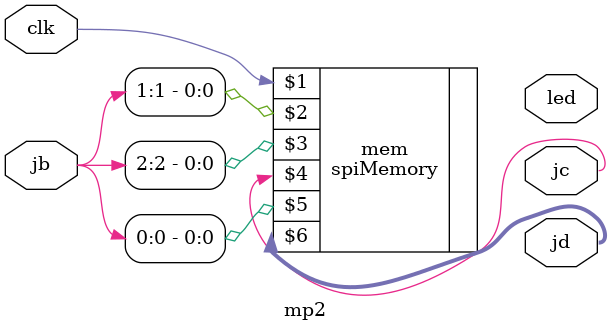
<source format=v>
module mp2(led, jb, jc, jd, clk);
output[3:0] led;
input[2:0] jb;
output[0:0] jc;
output[7:0] jd;
input clk;

//jb[0] is MOSI
//jb[1] is SCLK
//jb[2] is CS
//jc[0] is MISO
//spiMemory mem(clk, SCLK, SS, MISO, MOSI, SHIFTREG);
spiMemory mem(clk, jb[1], jb[2], jc[0], jb[0], jd);
endmodule

</source>
